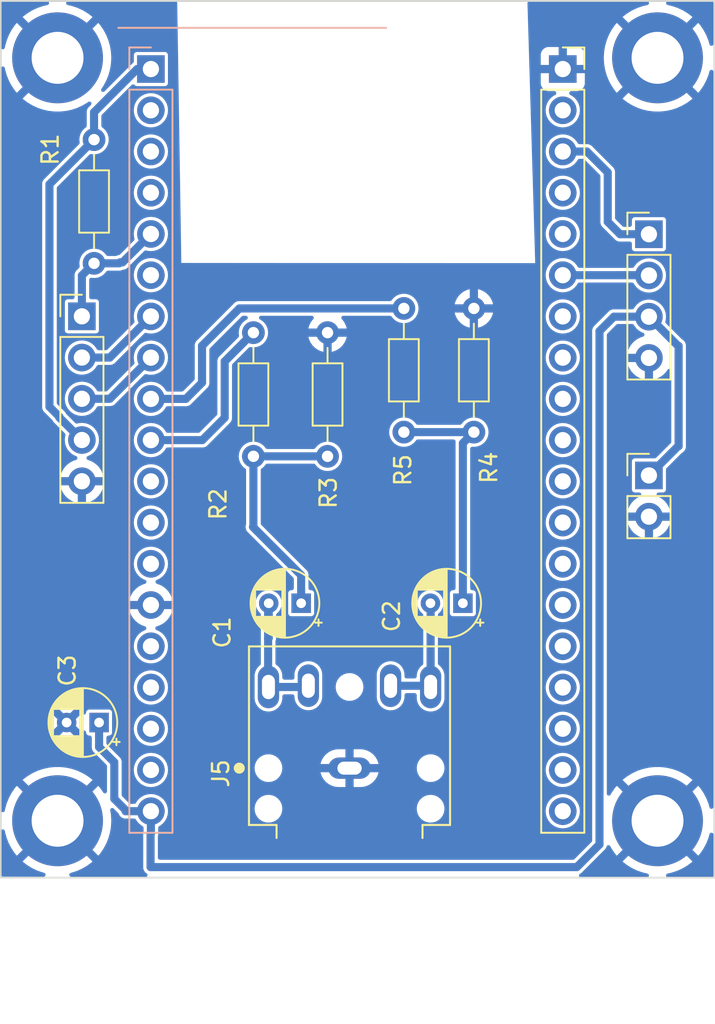
<source format=kicad_pcb>
(kicad_pcb (version 20211014) (generator pcbnew)
  (layers (0 "F.Cu" signal) (31 "B.Cu" signal) (34 "B.Paste" user) (35 "F.Paste" user) (36 "B.SilkS" user "B.Silkscreen") (37 "F.SilkS" user "F.Silkscreen") (38 "B.Mask" user) (39 "F.Mask" user) (44 "Edge.Cuts" user))
  (net 0 "")
  (net 1 "Net-(C1-Pad1)")
  (net 2 "Net-(C2-Pad1)")
  (net 3 "/R")
  (net 4 "+5V")
  (net 5 "GND")
  (net 6 "/G34")
  (net 7 "/G32")
  (net 8 "/G33")
  (net 9 "+3V3")
  (net 10 "/G22")
  (net 11 "/G21")
  (net 12 "Net-(R2-Pad1)")
  (net 13 "Net-(R5-Pad1)")
  (net 41 "/S")
  (footprint "MountingHole:MountingHole_3.2mm_M3_DIN965_Pad" (layer "F.Cu") (at 133.4 115)
    (fp_text reference "H3" hide)
    (fp_text value "MountingHole_Pad" hide)
    (pad "1" thru_hole circle (at 0.1 0) (size 5.6 5.6) (drill 3.2) (layers *.Cu *.Mask) (net 5 "GND"))
  )
  (footprint "MountingHole:MountingHole_3.2mm_M3_DIN965_Pad" (layer "F.Cu") (at 133.4 68)
    (fp_text reference "H4" hide)
    (fp_text value "MountingHole_Pad" hide)
    (pad "1" thru_hole circle (at 0.1 0) (size 5.6 5.6) (drill 3.2) (layers *.Cu *.Mask) (net 5 "GND"))
  )
  (footprint "Connector_PinHeader_2.54mm:PinHeader_1x02_P2.54mm_Vertical" (layer "F.Cu") (at 132.969 93.726)
    (fp_text reference "J1" hide)
    (fp_text value "5V")
    (fp_line (start -1.33 3.87) (end 1.33 3.87) (layer "F.SilkS") (width 0.12))
    (fp_line (start -1.33 -1.33) (end 0 -1.33) (layer "F.SilkS") (width 0.12))
    (fp_line (start -1.33 0) (end -1.33 -1.33) (layer "F.SilkS") (width 0.12))
    (fp_line (start 1.33 1.27) (end 1.33 3.87) (layer "F.SilkS") (width 0.12))
    (fp_line (start -1.33 1.27) (end 1.33 1.27) (layer "F.SilkS") (width 0.12))
    (fp_line (start -1.33 1.27) (end -1.33 3.87) (layer "F.SilkS") (width 0.12))
    (pad "1" thru_hole rect (at 0 0) (size 1.7 1.7) (drill 1) (layers *.Cu *.Mask) (net 4 "+5V"))
    (pad "2" thru_hole oval (at 0 2.54) (size 1.7 1.7) (drill 1) (layers *.Cu *.Mask) (net 5 "GND"))
  )
  (footprint "Resistor_THT:R_Axial_DIN0204_L3.6mm_D1.6mm_P7.62mm_Horizontal" (layer "F.Cu") (at 117.856 83.439 -90)
    (fp_text reference "R5" (at 9.961 0.056 90) (layer "F.SilkS"))
    (fp_text value "4.7k")
    (fp_line (start 0.94 0) (end 1.89 0) (layer "F.SilkS") (width 0.12))
    (fp_line (start 5.73 0.92) (end 5.73 -0.92) (layer "F.SilkS") (width 0.12))
    (fp_line (start 1.89 0.92) (end 5.73 0.92) (layer "F.SilkS") (width 0.12))
    (fp_line (start 6.68 0) (end 5.73 0) (layer "F.SilkS") (width 0.12))
    (fp_line (start 1.89 -0.92) (end 1.89 0.92) (layer "F.SilkS") (width 0.12))
    (fp_line (start 5.73 -0.92) (end 1.89 -0.92) (layer "F.SilkS") (width 0.12))
    (pad "1" thru_hole circle (at 0 0 270) (size 1.4 1.4) (drill 0.7) (layers *.Cu *.Mask) (net 13 "Net-(R5-Pad1)"))
    (pad "2" thru_hole oval (at 7.62 0 270) (size 1.4 1.4) (drill 0.7) (layers *.Cu *.Mask) (net 2 "Net-(C2-Pad1)"))
  )
  (footprint "Resistor_THT:R_Axial_DIN0204_L3.6mm_D1.6mm_P7.62mm_Horizontal" (layer "F.Cu") (at 108.578 84.93 -90)
    (fp_text reference "R2" (at 10.57 2.178 -90) (layer "F.SilkS"))
    (fp_text value "4.7k")
    (fp_line (start 1.89 -0.92) (end 1.89 0.92) (layer "F.SilkS") (width 0.12))
    (fp_line (start 6.68 0) (end 5.73 0) (layer "F.SilkS") (width 0.12))
    (fp_line (start 1.89 0.92) (end 5.73 0.92) (layer "F.SilkS") (width 0.12))
    (fp_line (start 0.94 0) (end 1.89 0) (layer "F.SilkS") (width 0.12))
    (fp_line (start 5.73 0.92) (end 5.73 -0.92) (layer "F.SilkS") (width 0.12))
    (fp_line (start 5.73 -0.92) (end 1.89 -0.92) (layer "F.SilkS") (width 0.12))
    (pad "1" thru_hole circle (at 0 0 270) (size 1.4 1.4) (drill 0.7) (layers *.Cu *.Mask) (net 12 "Net-(R2-Pad1)"))
    (pad "2" thru_hole oval (at 7.62 0 270) (size 1.4 1.4) (drill 0.7) (layers *.Cu *.Mask) (net 1 "Net-(C1-Pad1)"))
  )
  (footprint "imported:esp32_dev4_all" (layer "F.Cu") (at 130.196006 66.151506)
    (fp_text reference "U1" hide)
    (fp_text value "esp32_38_pins-custom_library" hide)
    (fp_line (start -29.27 3.81) (end -29.27 49.59) (layer "B.SilkS") (width 0.12))
    (fp_line (start -29.27 1.21) (end -29.27 2.54) (layer "B.SilkS") (width 0.12))
    (fp_line (start -27.94 1.21) (end -29.27 1.21) (layer "B.SilkS") (width 0.12))
    (fp_line (start -26.61 49.59) (end -29.27 49.59) (layer "B.SilkS") (width 0.12))
    (fp_line (start -26.61 3.81) (end -29.27 3.81) (layer "B.SilkS") (width 0.12))
    (fp_line (start -29.95 0) (end -13.44 0) (layer "B.SilkS") (width 0.12))
    (fp_line (start -26.61 3.81) (end -26.61 49.59) (layer "B.SilkS") (width 0.12))
    (fp_line (start -3.87 3.81) (end -1.21 3.81) (layer "F.SilkS") (width 0.12))
    (fp_line (start -2.54 1.21) (end -1.21 1.21) (layer "F.SilkS") (width 0.12))
    (fp_line (start -1.21 1.21) (end -1.21 2.54) (layer "F.SilkS") (width 0.12))
    (fp_line (start -3.87 3.81) (end -3.87 49.59) (layer "F.SilkS") (width 0.12))
    (fp_line (start -3.87 49.59) (end -1.21 49.59) (layer "F.SilkS") (width 0.12))
    (fp_line (start -1.21 3.81) (end -1.21 49.59) (layer "F.SilkS") (width 0.12))
    (pad "1" thru_hole rect (at -27.94 2.54) (size 1.7 1.7) (drill 1) (layers *.Cu *.Mask) (net 9 "+3V3"))
    (pad "2" thru_hole oval (at -27.94 5.08) (size 1.7 1.7) (drill 1) (layers *.Cu *.Mask))
    (pad "3" thru_hole oval (at -27.94 7.62) (size 1.7 1.7) (drill 1) (layers *.Cu *.Mask))
    (pad "4" thru_hole oval (at -27.94 10.16) (size 1.7 1.7) (drill 1) (layers *.Cu *.Mask))
    (pad "5" thru_hole oval (at -27.94 12.7) (size 1.7 1.7) (drill 1) (layers *.Cu *.Mask) (net 6 "/G34"))
    (pad "6" thru_hole oval (at -27.94 15.24) (size 1.7 1.7) (drill 1) (layers *.Cu *.Mask))
    (pad "7" thru_hole oval (at -27.94 17.78) (size 1.7 1.7) (drill 1) (layers *.Cu *.Mask) (net 7 "/G32"))
    (pad "8" thru_hole oval (at -27.94 20.32) (size 1.7 1.7) (drill 1) (layers *.Cu *.Mask) (net 8 "/G33"))
    (pad "9" thru_hole oval (at -27.94 22.86) (size 1.7 1.7) (drill 1) (layers *.Cu *.Mask) (net 13 "Net-(R5-Pad1)"))
    (pad "10" thru_hole oval (at -27.94 25.4) (size 1.7 1.7) (drill 1) (layers *.Cu *.Mask) (net 12 "Net-(R2-Pad1)"))
    (pad "11" thru_hole oval (at -27.94 27.94) (size 1.7 1.7) (drill 1) (layers *.Cu *.Mask))
    (pad "12" thru_hole oval (at -27.94 30.48) (size 1.7 1.7) (drill 1) (layers *.Cu *.Mask))
    (pad "13" thru_hole oval (at -27.94 33.02) (size 1.7 1.7) (drill 1) (layers *.Cu *.Mask))
    (pad "14" thru_hole oval (at -27.94 35.56) (size 1.7 1.7) (drill 1) (layers *.Cu *.Mask) (net 5 "GND"))
    (pad "15" thru_hole oval (at -27.94 38.1) (size 1.7 1.7) (drill 1) (layers *.Cu *.Mask))
    (pad "16" thru_hole oval (at -27.94 40.64) (size 1.7 1.7) (drill 1) (layers *.Cu *.Mask))
    (pad "17" thru_hole oval (at -27.94 43.18) (size 1.7 1.7) (drill 1) (layers *.Cu *.Mask))
    (pad "18" thru_hole oval (at -27.94 45.72) (size 1.7 1.7) (drill 1) (layers *.Cu *.Mask))
    (pad "19" thru_hole oval (at -27.94 48.26) (size 1.7 1.7) (drill 1) (layers *.Cu *.Mask) (net 4 "+5V"))
    (pad "20" thru_hole oval (at -2.54 48.26) (size 1.7 1.7) (drill 1) (layers *.Cu *.Mask))
    (pad "21" thru_hole oval (at -2.54 45.72) (size 1.7 1.7) (drill 1) (layers *.Cu *.Mask))
    (pad "22" thru_hole oval (at -2.54 43.18) (size 1.7 1.7) (drill 1) (layers *.Cu *.Mask))
    (pad "23" thru_hole oval (at -2.54 40.64) (size 1.7 1.7) (drill 1) (layers *.Cu *.Mask))
    (pad "24" thru_hole oval (at -2.54 38.1) (size 1.7 1.7) (drill 1) (layers *.Cu *.Mask))
    (pad "25" thru_hole oval (at -2.54 35.56) (size 1.7 1.7) (drill 1) (layers *.Cu *.Mask))
    (pad "26" thru_hole oval (at -2.54 33.02) (size 1.7 1.7) (drill 1) (layers *.Cu *.Mask))
    (pad "27" thru_hole oval (at -2.54 30.48) (size 1.7 1.7) (drill 1) (layers *.Cu *.Mask))
    (pad "28" thru_hole oval (at -2.54 27.94) (size 1.7 1.7) (drill 1) (layers *.Cu *.Mask))
    (pad "29" thru_hole oval (at -2.54 25.4) (size 1.7 1.7) (drill 1) (layers *.Cu *.Mask))
    (pad "30" thru_hole oval (at -2.54 22.86) (size 1.7 1.7) (drill 1) (layers *.Cu *.Mask))
    (pad "31" thru_hole oval (at -2.54 20.32) (size 1.7 1.7) (drill 1) (layers *.Cu *.Mask))
    (pad "32" thru_hole oval (at -2.54 17.78) (size 1.7 1.7) (drill 1) (layers *.Cu *.Mask))
    (pad "33" thru_hole oval (at -2.54 15.24) (size 1.7 1.7) (drill 1) (layers *.Cu *.Mask) (net 11 "/G21"))
    (pad "34" thru_hole oval (at -2.54 12.7) (size 1.7 1.7) (drill 1) (layers *.Cu *.Mask))
    (pad "35" thru_hole oval (at -2.54 10.16) (size 1.7 1.7) (drill 1) (layers *.Cu *.Mask))
    (pad "36" thru_hole oval (at -2.54 7.62) (size 1.7 1.7) (drill 1) (layers *.Cu *.Mask) (net 10 "/G22"))
    (pad "37" thru_hole oval (at -2.54 5.08) (size 1.7 1.7) (drill 1) (layers *.Cu *.Mask))
    (pad "38" thru_hole rect (at -2.54 2.54) (size 1.7 1.7) (drill 1) (layers *.Cu *.Mask) (net 5 "GND"))
  )
  (footprint "Resistor_THT:R_Axial_DIN0204_L3.6mm_D1.6mm_P7.62mm_Horizontal" (layer "F.Cu") (at 113.15 92.55 90)
    (fp_text reference "R3" (at -2.25 0.05 90) (layer "F.SilkS"))
    (fp_text value "22k")
    (fp_line (start 0.94 0) (end 1.89 0) (layer "F.SilkS") (width 0.12))
    (fp_line (start 1.89 -0.92) (end 1.89 0.92) (layer "F.SilkS") (width 0.12))
    (fp_line (start 6.68 0) (end 5.73 0) (layer "F.SilkS") (width 0.12))
    (fp_line (start 1.89 0.92) (end 5.73 0.92) (layer "F.SilkS") (width 0.12))
    (fp_line (start 5.73 -0.92) (end 1.89 -0.92) (layer "F.SilkS") (width 0.12))
    (fp_line (start 5.73 0.92) (end 5.73 -0.92) (layer "F.SilkS") (width 0.12))
    (pad "1" thru_hole circle (at 0 0 90) (size 1.4 1.4) (drill 0.7) (layers *.Cu *.Mask) (net 1 "Net-(C1-Pad1)"))
    (pad "2" thru_hole oval (at 7.62 0 90) (size 1.4 1.4) (drill 0.7) (layers *.Cu *.Mask) (net 5 "GND"))
  )
  (footprint "Resistor_THT:R_Axial_DIN0204_L3.6mm_D1.6mm_P7.62mm_Horizontal" (layer "F.Cu") (at 98.75 73.04 -90)
    (fp_text reference "R1" (at 0.61 2.7 -90) (layer "F.SilkS"))
    (fp_text value "10k")
    (fp_line (start 1.89 -0.92) (end 1.89 0.92) (layer "F.SilkS") (width 0.12))
    (fp_line (start 0.94 0) (end 1.89 0) (layer "F.SilkS") (width 0.12))
    (fp_line (start 5.73 0.92) (end 5.73 -0.92) (layer "F.SilkS") (width 0.12))
    (fp_line (start 5.73 -0.92) (end 1.89 -0.92) (layer "F.SilkS") (width 0.12))
    (fp_line (start 6.68 0) (end 5.73 0) (layer "F.SilkS") (width 0.12))
    (fp_line (start 1.89 0.92) (end 5.73 0.92) (layer "F.SilkS") (width 0.12))
    (pad "1" thru_hole circle (at 0 0 270) (size 1.4 1.4) (drill 0.7) (layers *.Cu *.Mask) (net 9 "+3V3"))
    (pad "2" thru_hole oval (at 7.62 0 270) (size 1.4 1.4) (drill 0.7) (layers *.Cu *.Mask) (net 6 "/G34"))
  )
  (footprint "MountingHole:MountingHole_3.2mm_M3_DIN965_Pad" (layer "F.Cu") (at 96.5 67.95)
    (fp_text reference "H1" hide)
    (fp_text value "MountingHole_Pad" hide)
    (pad "1" thru_hole circle (at 0 0.05) (size 5.6 5.6) (drill 3.2) (layers *.Cu *.Mask) (net 5 "GND"))
  )
  (footprint "Capacitor_THT:CP_Radial_D4.0mm_P2.00mm" (layer "F.Cu") (at 121.4956 101.6 180)
    (fp_text reference "C2" (at 4.3956 -0.8 90) (layer "F.SilkS"))
    (fp_text value "47pF")
    (fp_line (start 2.001 0.84) (end 2.001 1.83) (layer "F.SilkS") (width 0.12))
    (fp_line (start 1.881 0.84) (end 1.881 1.889) (layer "F.SilkS") (width 0.12))
    (fp_line (start 2.521 -1.438) (end 2.521 -0.84) (layer "F.SilkS") (width 0.12))
    (fp_line (start 1 -2.08) (end 1 2.08) (layer "F.SilkS") (width 0.12))
    (fp_line (start 2.641 -1.304) (end 2.641 -0.84) (layer "F.SilkS") (width 0.12))
    (fp_line (start 2.001 -1.83) (end 2.001 -0.84) (layer "F.SilkS") (width 0.12))
    (fp_line (start 2.761 -1.142) (end 2.761 -0.84) (layer "F.SilkS") (width 0.12))
    (fp_line (start 1.48 -2.025) (end 1.48 -0.84) (layer "F.SilkS") (width 0.12))
    (fp_line (start 2.481 0.84) (end 2.481 1.478) (layer "F.SilkS") (width 0.12))
    (fp_line (start 1.36 -2.05) (end 1.36 -0.84) (layer "F.SilkS") (width 0.12))
    (fp_line (start 2.041 0.84) (end 2.041 1.808) (layer "F.SilkS") (width 0.12))
    (fp_line (start 1.68 0.84) (end 1.68 1.968) (layer "F.SilkS") (width 0.12))
    (fp_line (start 2.601 -1.351) (end 2.601 -0.84) (layer "F.SilkS") (width 0.12))
    (fp_line (start -1.269801 -1.195) (end -0.869801 -1.195) (layer "F.SilkS") (width 0.12))
    (fp_line (start 2.761 0.84) (end 2.761 1.142) (layer "F.SilkS") (width 0.12))
    (fp_line (start 1.4 0.84) (end 1.4 2.042) (layer "F.SilkS") (width 0.12))
    (fp_line (start 1.52 -2.016) (end 1.52 -0.84) (layer "F.SilkS") (width 0.12))
    (fp_line (start 1.721 -1.954) (end 1.721 -0.84) (layer "F.SilkS") (width 0.12))
    (fp_line (start 1.841 0.84) (end 1.841 1.907) (layer "F.SilkS") (width 0.12))
    (fp_line (start 2.201 -1.708) (end 2.201 -0.84) (layer "F.SilkS") (width 0.12))
    (fp_line (start 1.48 0.84) (end 1.48 2.025) (layer "F.SilkS") (width 0.12))
    (fp_line (start 1.32 0.84) (end 1.32 2.056) (layer "F.SilkS") (width 0.12))
    (fp_line (start 2.721 -1.2) (end 2.721 -0.84) (layer "F.SilkS") (width 0.12))
    (fp_line (start 2.801 -1.08) (end 2.801 -0.84) (layer "F.SilkS") (width 0.12))
    (fp_line (start 1.64 -1.982) (end 1.64 -0.84) (layer "F.SilkS") (width 0.12))
    (fp_line (start 2.481 -1.478) (end 2.481 -0.84) (layer "F.SilkS") (width 0.12))
    (fp_line (start 1.4 -2.042) (end 1.4 -0.84) (layer "F.SilkS") (width 0.12))
    (fp_line (start 1.64 0.84) (end 1.64 1.982) (layer "F.SilkS") (width 0.12))
    (fp_line (start 2.201 0.84) (end 2.201 1.708) (layer "F.SilkS") (width 0.12))
    (fp_line (start 1.36 0.84) (end 1.36 2.05) (layer "F.SilkS") (width 0.12))
    (fp_line (start -1.069801 -1.395) (end -1.069801 -0.995) (layer "F.SilkS") (width 0.12))
    (fp_line (start 1.24 -2.067) (end 1.24 -0.84) (layer "F.SilkS") (width 0.12))
    (fp_line (start 1.881 -1.889) (end 1.881 -0.84) (layer "F.SilkS") (width 0.12))
    (fp_line (start 1.68 -1.968) (end 1.68 -0.84) (layer "F.SilkS") (width 0.12))
    (fp_line (start 1.961 0.84) (end 1.961 1.851) (layer "F.SilkS") (width 0.12))
    (fp_line (start 1.56 0.84) (end 1.56 2.005) (layer "F.SilkS") (width 0.12))
    (fp_line (start 1.2 -2.071) (end 1.2 -0.84) (layer "F.SilkS") (width 0.12))
    (fp_line (start 3.041 -0.537) (end 3.041 0.537) (layer "F.SilkS") (width 0.12))
    (fp_line (start 3.001 -0.664) (end 3.001 0.664) (layer "F.SilkS") (width 0.12))
    (fp_line (start 1.28 -2.062) (end 1.28 -0.84) (layer "F.SilkS") (width 0.12))
    (fp_line (start 1.761 0.84) (end 1.761 1.94) (layer "F.SilkS") (width 0.12))
    (fp_line (start 2.521 0.84) (end 2.521 1.438) (layer "F.SilkS") (width 0.12))
    (fp_line (start 1.6 0.84) (end 1.6 1.994) (layer "F.SilkS") (width 0.12))
    (fp_line (start 1.921 -1.87) (end 1.921 -0.84) (layer "F.SilkS") (width 0.12))
    (fp_line (start 3.081 -0.37) (end 3.081 0.37) (layer "F.SilkS") (width 0.12))
    (fp_line (start 2.041 -1.808) (end 2.041 -0.84) (layer "F.SilkS") (width 0.12))
    (fp_line (start 1.921 0.84) (end 1.921 1.87) (layer "F.SilkS") (width 0.12))
    (fp_line (start 1.6 -1.994) (end 1.6 -0.84) (layer "F.SilkS") (width 0.12))
    (fp_line (start 2.641 0.84) (end 2.641 1.304) (layer "F.SilkS") (width 0.12))
    (fp_line (start 1.28 0.84) (end 1.28 2.062) (layer "F.SilkS") (width 0.12))
    (fp_line (start 1.52 0.84) (end 1.52 2.016) (layer "F.SilkS") (width 0.12))
    (fp_line (start 1.12 -2.077) (end 1.12 2.077) (layer "F.SilkS") (width 0.12))
    (fp_line (start 1.44 -2.034) (end 1.44 -0.84) (layer "F.SilkS") (width 0.12))
    (fp_line (start 1.08 -2.079) (end 1.08 2.079) (layer "F.SilkS") (width 0.12))
    (fp_line (start 1.56 -2.005) (end 1.56 -0.84) (layer "F.SilkS") (width 0.12))
    (fp_line (start 2.321 -1.619) (end 2.321 -0.84) (layer "F.SilkS") (width 0.12))
    (fp_line (start 1.801 -1.924) (end 1.801 -0.84) (layer "F.SilkS") (width 0.12))
    (fp_line (start 2.081 -1.785) (end 2.081 -0.84) (layer "F.SilkS") (width 0.12))
    (fp_line (start 1.16 -2.074) (end 1.16 2.074) (layer "F.SilkS") (width 0.12))
    (fp_line (start 2.361 -1.587) (end 2.361 -0.84) (layer "F.SilkS") (width 0.12))
    (fp_line (start 2.241 -1.68) (end 2.241 -0.84) (layer "F.SilkS") (width 0.12))
    (fp_line (start 2.281 -1.65) (end 2.281 -0.84) (layer "F.SilkS") (width 0.12))
    (fp_line (start 2.681 0.84) (end 2.681 1.254) (layer "F.SilkS") (width 0.12))
    (fp_line (start 2.321 0.84) (end 2.321 1.619) (layer "F.SilkS") (width 0.12))
    (fp_line (start 2.961 -0.768) (end 2.961 0.768) (layer "F.SilkS") (width 0.12))
    (fp_line (start 1.2 0.84) (end 1.2 2.071) (layer "F.SilkS") (width 0.12))
    (fp_line (start 2.441 0.84) (end 2.441 1.516) (layer "F.SilkS") (width 0.12))
    (fp_line (start 2.241 0.84) (end 2.241 1.68) (layer "F.SilkS") (width 0.12))
    (fp_line (start 2.281 0.84) (end 2.281 1.65) (layer "F.SilkS") (width 0.12))
    (fp_line (start 2.161 0.84) (end 2.161 1.735) (layer "F.SilkS") (width 0.12))
    (fp_line (start 1.841 -1.907) (end 1.841 -0.84) (layer "F.SilkS") (width 0.12))
    (fp_line (start 2.561 -1.396) (end 2.561 -0.84) (layer "F.SilkS") (width 0.12))
    (fp_line (start 1.761 -1.94) (end 1.761 -0.84) (layer "F.SilkS") (width 0.12))
    (fp_line (start 2.721 0.84) (end 2.721 1.2) (layer "F.SilkS") (width 0.12))
    (fp_line (start 1.961 -1.851) (end 1.961 -0.84) (layer "F.SilkS") (width 0.12))
    (fp_line (start 2.121 0.84) (end 2.121 1.76) (layer "F.SilkS") (width 0.12))
    (fp_line (start 2.881 -0.94) (end 2.881 0.94) (layer "F.SilkS") (width 0.12))
    (fp_line (start 2.401 0.84) (end 2.401 1.552) (layer "F.SilkS") (width 0.12))
    (fp_line (start 2.841 -1.013) (end 2.841 1.013) (layer "F.SilkS") (width 0.12))
    (fp_line (start 2.441 -1.516) (end 2.441 -0.84) (layer "F.SilkS") (width 0.12))
    (fp_line (start 2.081 0.84) (end 2.081 1.785) (layer "F.SilkS") (width 0.12))
    (fp_line (start 2.161 -1.735) (end 2.161 -0.84) (layer "F.SilkS") (width 0.12))
    (fp_line (start 1.44 0.84) (end 1.44 2.034) (layer "F.SilkS") (width 0.12))
    (fp_line (start 2.121 -1.76) (end 2.121 -0.84) (layer "F.SilkS") (width 0.12))
    (fp_line (start 1.24 0.84) (end 1.24 2.067) (layer "F.SilkS") (width 0.12))
    (fp_line (start 1.04 -2.08) (end 1.04 2.08) (layer "F.SilkS") (width 0.12))
    (fp_line (start 1.801 0.84) (end 1.801 1.924) (layer "F.SilkS") (width 0.12))
    (fp_line (start 2.561 0.84) (end 2.561 1.396) (layer "F.SilkS") (width 0.12))
    (fp_line (start 2.801 0.84) (end 2.801 1.08) (layer "F.SilkS") (width 0.12))
    (fp_line (start 2.921 -0.859) (end 2.921 0.859) (layer "F.SilkS") (width 0.12))
    (fp_line (start 2.361 0.84) (end 2.361 1.587) (layer "F.SilkS") (width 0.12))
    (fp_line (start 1.721 0.84) (end 1.721 1.954) (layer "F.SilkS") (width 0.12))
    (fp_line (start 2.401 -1.552) (end 2.401 -0.84) (layer "F.SilkS") (width 0.12))
    (fp_line (start 1.32 -2.056) (end 1.32 -0.84) (layer "F.SilkS") (width 0.12))
    (fp_line (start 2.601 0.84) (end 2.601 1.351) (layer "F.SilkS") (width 0.12))
    (fp_line (start 2.681 -1.254) (end 2.681 -0.84) (layer "F.SilkS") (width 0.12))
    (fp_circle (center 1 0) (end 3.12 0) (layer "F.SilkS") (width 0.12) (fill none))
    (pad "1" thru_hole rect (at 0 0 180) (size 1.2 1.2) (drill 0.6) (layers *.Cu *.Mask) (net 2 "Net-(C2-Pad1)"))
    (pad "2" thru_hole circle (at 2 0 180) (size 1.2 1.2) (drill 0.6) (layers *.Cu *.Mask) (net 41 "/S"))
  )
  (footprint "MountingHole:MountingHole_3.2mm_M3_DIN965_Pad" (layer "F.Cu") (at 96.5 115)
    (fp_text reference "H2" hide)
    (fp_text value "MountingHole_Pad" hide)
    (pad "1" thru_hole circle (at 0 0) (size 5.6 5.6) (drill 3.2) (layers *.Cu *.Mask) (net 5 "GND"))
  )
  (footprint "Capacitor_THT:CP_Radial_D4.0mm_P2.00mm" (layer "F.Cu") (at 111.5226 101.6 180)
    (fp_text reference "C1" (at 4.8726 -1.8 90) (layer "F.SilkS"))
    (fp_text value "47pF")
    (fp_line (start 2.001 -1.83) (end 2.001 -0.84) (layer "F.SilkS") (width 0.12))
    (fp_line (start 2.761 0.84) (end 2.761 1.142) (layer "F.SilkS") (width 0.12))
    (fp_line (start 1.881 -1.889) (end 1.881 -0.84) (layer "F.SilkS") (width 0.12))
    (fp_line (start 2.721 0.84) (end 2.721 1.2) (layer "F.SilkS") (width 0.12))
    (fp_line (start 1.841 -1.907) (end 1.841 -0.84) (layer "F.SilkS") (width 0.12))
    (fp_line (start 2.961 -0.768) (end 2.961 0.768) (layer "F.SilkS") (width 0.12))
    (fp_line (start 1.44 -2.034) (end 1.44 -0.84) (layer "F.SilkS") (width 0.12))
    (fp_line (start 2.921 -0.859) (end 2.921 0.859) (layer "F.SilkS") (width 0.12))
    (fp_line (start 3.041 -0.537) (end 3.041 0.537) (layer "F.SilkS") (width 0.12))
    (fp_line (start 2.681 -1.254) (end 2.681 -0.84) (layer "F.SilkS") (width 0.12))
    (fp_line (start 1.16 -2.074) (end 1.16 2.074) (layer "F.SilkS") (width 0.12))
    (fp_line (start 2.081 0.84) (end 2.081 1.785) (layer "F.SilkS") (width 0.12))
    (fp_line (start 1.48 -2.025) (end 1.48 -0.84) (layer "F.SilkS") (width 0.12))
    (fp_line (start 2.801 -1.08) (end 2.801 -0.84) (layer "F.SilkS") (width 0.12))
    (fp_line (start 1.04 -2.08) (end 1.04 2.08) (layer "F.SilkS") (width 0.12))
    (fp_line (start 3.081 -0.37) (end 3.081 0.37) (layer "F.SilkS") (width 0.12))
    (fp_line (start 1.841 0.84) (end 1.841 1.907) (layer "F.SilkS") (width 0.12))
    (fp_line (start 2.641 -1.304) (end 2.641 -0.84) (layer "F.SilkS") (width 0.12))
    (fp_line (start 2.241 0.84) (end 2.241 1.68) (layer "F.SilkS") (width 0.12))
    (fp_line (start 1.52 -2.016) (end 1.52 -0.84) (layer "F.SilkS") (width 0.12))
    (fp_line (start 2.721 -1.2) (end 2.721 -0.84) (layer "F.SilkS") (width 0.12))
    (fp_line (start 1.68 0.84) (end 1.68 1.968) (layer "F.SilkS") (width 0.12))
    (fp_line (start 1.08 -2.079) (end 1.08 2.079) (layer "F.SilkS") (width 0.12))
    (fp_line (start 1.32 0.84) (end 1.32 2.056) (layer "F.SilkS") (width 0.12))
    (fp_line (start 1.4 -2.042) (end 1.4 -0.84) (layer "F.SilkS") (width 0.12))
    (fp_line (start 2.321 0.84) (end 2.321 1.619) (layer "F.SilkS") (width 0.12))
    (fp_line (start 2.521 -1.438) (end 2.521 -0.84) (layer "F.SilkS") (width 0.12))
    (fp_line (start 2.041 0.84) (end 2.041 1.808) (layer "F.SilkS") (width 0.12))
    (fp_line (start 1.881 0.84) (end 1.881 1.889) (layer "F.SilkS") (width 0.12))
    (fp_line (start 2.881 -0.94) (end 2.881 0.94) (layer "F.SilkS") (width 0.12))
    (fp_line (start 1.2 -2.071) (end 1.2 -0.84) (layer "F.SilkS") (width 0.12))
    (fp_line (start 1.64 0.84) (end 1.64 1.982) (layer "F.SilkS") (width 0.12))
    (fp_line (start 2.361 0.84) (end 2.361 1.587) (layer "F.SilkS") (width 0.12))
    (fp_line (start 2.041 -1.808) (end 2.041 -0.84) (layer "F.SilkS") (width 0.12))
    (fp_line (start 2.761 -1.142) (end 2.761 -0.84) (layer "F.SilkS") (width 0.12))
    (fp_line (start 1.721 0.84) (end 1.721 1.954) (layer "F.SilkS") (width 0.12))
    (fp_line (start 2.801 0.84) (end 2.801 1.08) (layer "F.SilkS") (width 0.12))
    (fp_line (start 2.601 -1.351) (end 2.601 -0.84) (layer "F.SilkS") (width 0.12))
    (fp_line (start 2.601 0.84) (end 2.601 1.351) (layer "F.SilkS") (width 0.12))
    (fp_line (start 2.681 0.84) (end 2.681 1.254) (layer "F.SilkS") (width 0.12))
    (fp_line (start 1.56 0.84) (end 1.56 2.005) (layer "F.SilkS") (width 0.12))
    (fp_line (start 1.48 0.84) (end 1.48 2.025) (layer "F.SilkS") (width 0.12))
    (fp_line (start 2.121 -1.76) (end 2.121 -0.84) (layer "F.SilkS") (width 0.12))
    (fp_line (start -1.069801 -1.395) (end -1.069801 -0.995) (layer "F.SilkS") (width 0.12))
    (fp_line (start 1.721 -1.954) (end 1.721 -0.84) (layer "F.SilkS") (width 0.12))
    (fp_line (start 1.32 -2.056) (end 1.32 -0.84) (layer "F.SilkS") (width 0.12))
    (fp_line (start 2.241 -1.68) (end 2.241 -0.84) (layer "F.SilkS") (width 0.12))
    (fp_line (start 2.481 0.84) (end 2.481 1.478) (layer "F.SilkS") (width 0.12))
    (fp_line (start 1.921 -1.87) (end 1.921 -0.84) (layer "F.SilkS") (width 0.12))
    (fp_line (start 2.081 -1.785) (end 2.081 -0.84) (layer "F.SilkS") (width 0.12))
    (fp_line (start 3.001 -0.664) (end 3.001 0.664) (layer "F.SilkS") (width 0.12))
    (fp_line (start 1.44 0.84) (end 1.44 2.034) (layer "F.SilkS") (width 0.12))
    (fp_line (start -1.269801 -1.195) (end -0.869801 -1.195) (layer "F.SilkS") (width 0.12))
    (fp_line (start 1.921 0.84) (end 1.921 1.87) (layer "F.SilkS") (width 0.12))
    (fp_line (start 1.64 -1.982) (end 1.64 -0.84) (layer "F.SilkS") (width 0.12))
    (fp_line (start 2.641 0.84) (end 2.641 1.304) (layer "F.SilkS") (width 0.12))
    (fp_line (start 1.52 0.84) (end 1.52 2.016) (layer "F.SilkS") (width 0.12))
    (fp_line (start 1.4 0.84) (end 1.4 2.042) (layer "F.SilkS") (width 0.12))
    (fp_line (start 1.801 0.84) (end 1.801 1.924) (layer "F.SilkS") (width 0.12))
    (fp_line (start 1.24 0.84) (end 1.24 2.067) (layer "F.SilkS") (width 0.12))
    (fp_line (start 1 -2.08) (end 1 2.08) (layer "F.SilkS") (width 0.12))
    (fp_line (start 1.961 -1.851) (end 1.961 -0.84) (layer "F.SilkS") (width 0.12))
    (fp_line (start 2.281 -1.65) (end 2.281 -0.84) (layer "F.SilkS") (width 0.12))
    (fp_line (start 2.521 0.84) (end 2.521 1.438) (layer "F.SilkS") (width 0.12))
    (fp_line (start 1.6 0.84) (end 1.6 1.994) (layer "F.SilkS") (width 0.12))
    (fp_line (start 2.121 0.84) (end 2.121 1.76) (layer "F.SilkS") (width 0.12))
    (fp_line (start 2.441 0.84) (end 2.441 1.516) (layer "F.SilkS") (width 0.12))
    (fp_line (start 2.321 -1.619) (end 2.321 -0.84) (layer "F.SilkS") (width 0.12))
    (fp_line (start 2.481 -1.478) (end 2.481 -0.84) (layer "F.SilkS") (width 0.12))
    (fp_line (start 1.28 0.84) (end 1.28 2.062) (layer "F.SilkS") (width 0.12))
    (fp_line (start 2.561 0.84) (end 2.561 1.396) (layer "F.SilkS") (width 0.12))
    (fp_line (start 1.28 -2.062) (end 1.28 -0.84) (layer "F.SilkS") (width 0.12))
    (fp_line (start 1.36 -2.05) (end 1.36 -0.84) (layer "F.SilkS") (width 0.12))
    (fp_line (start 2.001 0.84) (end 2.001 1.83) (layer "F.SilkS") (width 0.12))
    (fp_line (start 2.161 0.84) (end 2.161 1.735) (layer "F.SilkS") (width 0.12))
    (fp_line (start 1.801 -1.924) (end 1.801 -0.84) (layer "F.SilkS") (width 0.12))
    (fp_line (start 1.761 -1.94) (end 1.761 -0.84) (layer "F.SilkS") (width 0.12))
    (fp_line (start 2.201 0.84) (end 2.201 1.708) (layer "F.SilkS") (width 0.12))
    (fp_line (start 2.161 -1.735) (end 2.161 -0.84) (layer "F.SilkS") (width 0.12))
    (fp_line (start 1.961 0.84) (end 1.961 1.851) (layer "F.SilkS") (width 0.12))
    (fp_line (start 1.36 0.84) (end 1.36 2.05) (layer "F.SilkS") (width 0.12))
    (fp_line (start 1.12 -2.077) (end 1.12 2.077) (layer "F.SilkS") (width 0.12))
    (fp_line (start 1.24 -2.067) (end 1.24 -0.84) (layer "F.SilkS") (width 0.12))
    (fp_line (start 1.2 0.84) (end 1.2 2.071) (layer "F.SilkS") (width 0.12))
    (fp_line (start 2.401 -1.552) (end 2.401 -0.84) (layer "F.SilkS") (width 0.12))
    (fp_line (start 2.401 0.84) (end 2.401 1.552) (layer "F.SilkS") (width 0.12))
    (fp_line (start 1.68 -1.968) (end 1.68 -0.84) (layer "F.SilkS") (width 0.12))
    (fp_line (start 2.361 -1.587) (end 2.361 -0.84) (layer "F.SilkS") (width 0.12))
    (fp_line (start 1.56 -2.005) (end 1.56 -0.84) (layer "F.SilkS") (width 0.12))
    (fp_line (start 1.761 0.84) (end 1.761 1.94) (layer "F.SilkS") (width 0.12))
    (fp_line (start 2.561 -1.396) (end 2.561 -0.84) (layer "F.SilkS") (width 0.12))
    (fp_line (start 1.6 -1.994) (end 1.6 -0.84) (layer "F.SilkS") (width 0.12))
    (fp_line (start 2.841 -1.013) (end 2.841 1.013) (layer "F.SilkS") (width 0.12))
    (fp_line (start 2.441 -1.516) (end 2.441 -0.84) (layer "F.SilkS") (width 0.12))
    (fp_line (start 2.201 -1.708) (end 2.201 -0.84) (layer "F.SilkS") (width 0.12))
    (fp_line (start 2.281 0.84) (end 2.281 1.65) (layer "F.SilkS") (width 0.12))
    (fp_circle (center 1 0) (end 3.12 0) (layer "F.SilkS") (width 0.12) (fill none))
    (pad "1" thru_hole rect (at 0 0 180) (size 1.2 1.2) (drill 0.6) (layers *.Cu *.Mask) (net 1 "Net-(C1-Pad1)"))
    (pad "2" thru_hole circle (at 2 0 180) (size 1.2 1.2) (drill 0.6) (layers *.Cu *.Mask) (net 3 "/R"))
  )
  (footprint "Connector_PinHeader_2.54mm:PinHeader_1x04_P2.54mm_Vertical" (layer "F.Cu") (at 132.969 78.867)
    (fp_text reference "J3" hide)
    (fp_text value "Display")
    (fp_line (start -1.33 -1.33) (end 0 -1.33) (layer "F.SilkS") (width 0.12))
    (fp_line (start -1.33 8.95) (end 1.33 8.95) (layer "F.SilkS") (width 0.12))
    (fp_line (start -1.33 0) (end -1.33 -1.33) (layer "F.SilkS") (width 0.12))
    (fp_line (start -1.33 1.27) (end 1.33 1.27) (layer "F.SilkS") (width 0.12))
    (fp_line (start -1.33 1.27) (end -1.33 8.95) (layer "F.SilkS") (width 0.12))
    (fp_line (start 1.33 1.27) (end 1.33 8.95) (layer "F.SilkS") (width 0.12))
    (pad "1" thru_hole rect (at 0 0) (size 1.7 1.7) (drill 1) (layers *.Cu *.Mask) (net 10 "/G22"))
    (pad "2" thru_hole oval (at 0 2.54) (size 1.7 1.7) (drill 1) (layers *.Cu *.Mask) (net 11 "/G21"))
    (pad "3" thru_hole oval (at 0 5.08) (size 1.7 1.7) (drill 1) (layers *.Cu *.Mask) (net 4 "+5V"))
    (pad "4" thru_hole oval (at 0 7.62) (size 1.7 1.7) (drill 1) (layers *.Cu *.Mask) (net 5 "GND"))
  )
  (footprint "Capacitor_THT:CP_Radial_D4.0mm_P2.00mm" (layer "F.Cu") (at 99.06 108.95 180)
    (fp_text reference "C3" (at 1.96 3.2 270) (layer "F.SilkS"))
    (fp_text value "1000yF")
    (fp_line (start 2.641 -1.304) (end 2.641 -0.84) (layer "F.SilkS") (width 0.12))
    (fp_line (start 1.24 -2.067) (end 1.24 -0.84) (layer "F.SilkS") (width 0.12))
    (fp_line (start 1.841 0.84) (end 1.841 1.907) (layer "F.SilkS") (width 0.12))
    (fp_line (start 2.041 0.84) (end 2.041 1.808) (layer "F.SilkS") (width 0.12))
    (fp_line (start 2.481 -1.478) (end 2.481 -0.84) (layer "F.SilkS") (width 0.12))
    (fp_line (start -1.069801 -1.395) (end -1.069801 -0.995) (layer "F.SilkS") (width 0.12))
    (fp_line (start 1.2 0.84) (end 1.2 2.071) (layer "F.SilkS") (width 0.12))
    (fp_line (start 1.881 -1.889) (end 1.881 -0.84) (layer "F.SilkS") (width 0.12))
    (fp_line (start 1.52 -2.016) (end 1.52 -0.84) (layer "F.SilkS") (width 0.12))
    (fp_line (start 2.281 0.84) (end 2.281 1.65) (layer "F.SilkS") (width 0.12))
    (fp_line (start 1.48 0.84) (end 1.48 2.025) (layer "F.SilkS") (width 0.12))
    (fp_line (start 2.681 -1.254) (end 2.681 -0.84) (layer "F.SilkS") (width 0.12))
    (fp_line (start 1.56 0.84) (end 1.56 2.005) (layer "F.SilkS") (width 0.12))
    (fp_line (start 1.4 -2.042) (end 1.4 -0.84) (layer "F.SilkS") (width 0.12))
    (fp_line (start 1.6 -1.994) (end 1.6 -0.84) (layer "F.SilkS") (width 0.12))
    (fp_line (start 1.28 -2.062) (end 1.28 -0.84) (layer "F.SilkS") (width 0.12))
    (fp_line (start 1.4 0.84) (end 1.4 2.042) (layer "F.SilkS") (width 0.12))
    (fp_line (start 1.721 0.84) (end 1.721 1.954) (layer "F.SilkS") (width 0.12))
    (fp_line (start 2.321 -1.619) (end 2.321 -0.84) (layer "F.SilkS") (width 0.12))
    (fp_line (start 1.36 0.84) (end 1.36 2.05) (layer "F.SilkS") (width 0.12))
    (fp_line (start 1.801 -1.924) (end 1.801 -0.84) (layer "F.SilkS") (width 0.12))
    (fp_line (start 1.52 0.84) (end 1.52 2.016) (layer "F.SilkS") (width 0.12))
    (fp_line (start 2.801 -1.08) (end 2.801 -0.84) (layer "F.SilkS") (width 0.12))
    (fp_line (start 2.241 0.84) (end 2.241 1.68) (layer "F.SilkS") (width 0.12))
    (fp_line (start 2.401 0.84) (end 2.401 1.552) (layer "F.SilkS") (width 0.12))
    (fp_line (start 1.32 -2.056) (end 1.32 -0.84) (layer "F.SilkS") (width 0.12))
    (fp_line (start 2.601 -1.351) (end 2.601 -0.84) (layer "F.SilkS") (width 0.12))
    (fp_line (start 2.641 0.84) (end 2.641 1.304) (layer "F.SilkS") (width 0.12))
    (fp_line (start 1.12 -2.077) (end 1.12 2.077) (layer "F.SilkS") (width 0.12))
    (fp_line (start 1 -2.08) (end 1 2.08) (layer "F.SilkS") (width 0.12))
    (fp_line (start 2.401 -1.552) (end 2.401 -0.84) (layer "F.SilkS") (width 0.12))
    (fp_line (start 2.521 -1.438) (end 2.521 -0.84) (layer "F.SilkS") (width 0.12))
    (fp_line (start 3.081 -0.37) (end 3.081 0.37) (layer "F.SilkS") (width 0.12))
    (fp_line (start 1.24 0.84) (end 1.24 2.067) (layer "F.SilkS") (width 0.12))
    (fp_line (start 2.081 -1.785) (end 2.081 -0.84) (layer "F.SilkS") (width 0.12))
    (fp_line (start 2.561 0.84) (end 2.561 1.396) (layer "F.SilkS") (width 0.12))
    (fp_line (start 2.721 -1.2) (end 2.721 -0.84) (layer "F.SilkS") (width 0.12))
    (fp_line (start 1.04 -2.08) (end 1.04 2.08) (layer "F.SilkS") (width 0.12))
    (fp_line (start 1.68 -1.968) (end 1.68 -0.84) (layer "F.SilkS") (width 0.12))
    (fp_line (start 2.481 0.84) (end 2.481 1.478) (layer "F.SilkS") (width 0.12))
    (fp_line (start 2.801 0.84) (end 2.801 1.08) (layer "F.SilkS") (width 0.12))
    (fp_line (start 1.961 0.84) (end 1.961 1.851) (layer "F.SilkS") (width 0.12))
    (fp_line (start 1.921 -1.87) (end 1.921 -0.84) (layer "F.SilkS") (width 0.12))
    (fp_line (start 2.961 -0.768) (end 2.961 0.768) (layer "F.SilkS") (width 0.12))
    (fp_line (start 1.28 0.84) (end 1.28 2.062) (layer "F.SilkS") (width 0.12))
    (fp_line (start 1.2 -2.071) (end 1.2 -0.84) (layer "F.SilkS") (width 0.12))
    (fp_line (start 1.44 -2.034) (end 1.44 -0.84) (layer "F.SilkS") (width 0.12))
    (fp_line (start 2.001 0.84) (end 2.001 1.83) (layer "F.SilkS") (width 0.12))
    (fp_line (start 2.041 -1.808) (end 2.041 -0.84) (layer "F.SilkS") (width 0.12))
    (fp_line (start 3.001 -0.664) (end 3.001 0.664) (layer "F.SilkS") (width 0.12))
    (fp_line (start 2.201 -1.708) (end 2.201 -0.84) (layer "F.SilkS") (width 0.12))
    (fp_line (start 1.761 -1.94) (end 1.761 -0.84) (layer "F.SilkS") (width 0.12))
    (fp_line (start 2.601 0.84) (end 2.601 1.351) (layer "F.SilkS") (width 0.12))
    (fp_line (start 1.16 -2.074) (end 1.16 2.074) (layer "F.SilkS") (width 0.12))
    (fp_line (start 1.64 0.84) (end 1.64 1.982) (layer "F.SilkS") (width 0.12))
    (fp_line (start 2.881 -0.94) (end 2.881 0.94) (layer "F.SilkS") (width 0.12))
    (fp_line (start 1.961 -1.851) (end 1.961 -0.84) (layer "F.SilkS") (width 0.12))
    (fp_line (start -1.269801 -1.195) (end -0.869801 -1.195) (layer "F.SilkS") (width 0.12))
    (fp_line (start 2.001 -1.83) (end 2.001 -0.84) (layer "F.SilkS") (width 0.12))
    (fp_line (start 2.121 0.84) (end 2.121 1.76) (layer "F.SilkS") (width 0.12))
    (fp_line (start 2.161 -1.735) (end 2.161 -0.84) (layer "F.SilkS") (width 0.12))
    (fp_line (start 1.721 -1.954) (end 1.721 -0.84) (layer "F.SilkS") (width 0.12))
    (fp_line (start 2.441 0.84) (end 2.441 1.516) (layer "F.SilkS") (width 0.12))
    (fp_line (start 2.241 -1.68) (end 2.241 -0.84) (layer "F.SilkS") (width 0.12))
    (fp_line (start 1.921 0.84) (end 1.921 1.87) (layer "F.SilkS") (width 0.12))
    (fp_line (start 2.321 0.84) (end 2.321 1.619) (layer "F.SilkS") (width 0.12))
    (fp_line (start 2.841 -1.013) (end 2.841 1.013) (layer "F.SilkS") (width 0.12))
    (fp_line (start 2.681 0.84) (end 2.681 1.254) (layer "F.SilkS") (width 0.12))
    (fp_line (start 2.161 0.84) (end 2.161 1.735) (layer "F.SilkS") (width 0.12))
    (fp_line (start 2.201 0.84) (end 2.201 1.708) (layer "F.SilkS") (width 0.12))
    (fp_line (start 1.64 -1.982) (end 1.64 -0.84) (layer "F.SilkS") (width 0.12))
    (fp_line (start 1.761 0.84) (end 1.761 1.94) (layer "F.SilkS") (width 0.12))
    (fp_line (start 1.801 0.84) (end 1.801 1.924) (layer "F.SilkS") (width 0.12))
    (fp_line (start 1.56 -2.005) (end 1.56 -0.84) (layer "F.SilkS") (width 0.12))
    (fp_line (start 2.361 -1.587) (end 2.361 -0.84) (layer "F.SilkS") (width 0.12))
    (fp_line (start 1.6 0.84) (end 1.6 1.994) (layer "F.SilkS") (width 0.12))
    (fp_line (start 1.44 0.84) (end 1.44 2.034) (layer "F.SilkS") (width 0.12))
    (fp_line (start 1.68 0.84) (end 1.68 1.968) (layer "F.SilkS") (width 0.12))
    (fp_line (start 2.921 -0.859) (end 2.921 0.859) (layer "F.SilkS") (width 0.12))
    (fp_line (start 1.48 -2.025) (end 1.48 -0.84) (layer "F.SilkS") (width 0.12))
    (fp_line (start 3.041 -0.537) (end 3.041 0.537) (layer "F.SilkS") (width 0.12))
    (fp_line (start 2.361 0.84) (end 2.361 1.587) (layer "F.SilkS") (width 0.12))
    (fp_line (start 2.761 0.84) (end 2.761 1.142) (layer "F.SilkS") (width 0.12))
    (fp_line (start 1.08 -2.079) (end 1.08 2.079) (layer "F.SilkS") (width 0.12))
    (fp_line (start 2.761 -1.142) (end 2.761 -0.84) (layer "F.SilkS") (width 0.12))
    (fp_line (start 1.881 0.84) (end 1.881 1.889) (layer "F.SilkS") (width 0.12))
    (fp_line (start 2.281 -1.65) (end 2.281 -0.84) (layer "F.SilkS") (width 0.12))
    (fp_line (start 2.521 0.84) (end 2.521 1.438) (layer "F.SilkS") (width 0.12))
    (fp_line (start 2.081 0.84) (end 2.081 1.785) (layer "F.SilkS") (width 0.12))
    (fp_line (start 2.121 -1.76) (end 2.121 -0.84) (layer "F.SilkS") (width 0.12))
    (fp_line (start 2.561 -1.396) (end 2.561 -0.84) (layer "F.SilkS") (width 0.12))
    (fp_line (start 1.36 -2.05) (end 1.36 -0.84) (layer "F.SilkS") (width 0.12))
    (fp_line (start 1.841 -1.907) (end 1.841 -0.84) (layer "F.SilkS") (width 0.12))
    (fp_line (start 2.441 -1.516) (end 2.441 -0.84) (layer "F.SilkS") (width 0.12))
    (fp_line (start 2.721 0.84) (end 2.721 1.2) (layer "F.SilkS") (width 0.12))
    (fp_line (start 1.32 0.84) (end 1.32 2.056) (layer "F.SilkS") (width 0.12))
    (fp_circle (center 1 0) (end 3.12 0) (layer "F.SilkS") (width 0.12) (fill none))
    (pad "1" thru_hole rect (at 0 0 180) (size 1.2 1.2) (drill 0.6) (layers *.Cu *.Mask) (net 4 "+5V"))
    (pad "2" thru_hole circle (at 2 0 180) (size 1.2 1.2) (drill 0.6) (layers *.Cu *.Mask) (net 5 "GND"))
  )
  (footprint "Resistor_THT:R_Axial_DIN0204_L3.6mm_D1.6mm_P7.62mm_Horizontal" (layer "F.Cu") (at 122.174 91.059 90)
    (fp_text reference "R4" (at -2.191 0.926 90) (layer "F.SilkS"))
    (fp_text value "22k")
    (fp_line (start 5.73 -0.92) (end 1.89 -0.92) (layer "F.SilkS") (width 0.12))
    (fp_line (start 5.73 0.92) (end 5.73 -0.92) (layer "F.SilkS") (width 0.12))
    (fp_line (start 6.68 0) (end 5.73 0) (layer "F.SilkS") (width 0.12))
    (fp_line (start 1.89 0.92) (end 5.73 0.92) (layer "F.SilkS") (width 0.12))
    (fp_line (start 0.94 0) (end 1.89 0) (layer "F.SilkS") (width 0.12))
    (fp_line (start 1.89 -0.92) (end 1.89 0.92) (layer "F.SilkS") (width 0.12))
    (pad "1" thru_hole circle (at 0 0 90) (size 1.4 1.4) (drill 0.7) (layers *.Cu *.Mask) (net 2 "Net-(C2-Pad1)"))
    (pad "2" thru_hole oval (at 7.62 0 90) (size 1.4 1.4) (drill 0.7) (layers *.Cu *.Mask) (net 5 "GND"))
  )
  (footprint "importedFootprint:CUI_SJ1-3523N" (layer "F.Cu") (at 114.5055 111.76 90)
    (fp_text reference "J5" (at -0.325135 -7.938185 90) (layer "F.SilkS") (effects (font (size 1.000402 1.000402))))
    (fp_text value "SJ1-3523N")
    (fp_line (start 7.5 6.2) (end -3.5 6.2) (layer "F.SilkS") (width 0.127))
    (fp_line (start -3.5 4.5) (end -4.3 4.5) (layer "F.SilkS") (width 0.127))
    (fp_line (start 7.5 -6.2) (end -3.5 -6.2) (layer "F.SilkS") (width 0.127))
    (fp_line (start -3.5 4.5) (end -3.5 6.2) (layer "F.SilkS") (width 0.127))
    (fp_line (start -3.5 -6.2) (end -3.5 -4.5) (layer "F.SilkS") (width 0.127))
    (fp_line (start 7.5 -6.2) (end 7.5 6.2) (layer "F.SilkS") (width 0.127))
    (fp_line (start -3.5 -4.5) (end -4.3 -4.5) (layer "F.SilkS") (width 0.127))
    (fp_circle (center 0 -6.8) (end 0.17 -6.8) (layer "F.SilkS") (width 0.34) (fill none))
    (pad "" np_thru_hole circle (at 5 0 90) (size 1.2 1.2) (drill 1.2) (layers *.Cu *.Mask))
    (pad "" np_thru_hole circle (at 0 5 90) (size 1.2 1.2) (drill 1.2) (layers *.Cu *.Mask))
    (pad "" np_thru_hole circle (at 0 -5 90) (size 1.2 1.2) (drill 1.2) (layers *.Cu *.Mask))
    (pad "" np_thru_hole circle (at -2.5 -5 90) (size 1.2 1.2) (drill 1.2) (layers *.Cu *.Mask))
    (pad "" np_thru_hole circle (at -2.5 5 90) (size 1.2 1.2) (drill 1.2) (layers *.Cu *.Mask))
    (pad "1" thru_hole oval (at 0 0 90) (size 1.308 2.616) (drill oval 0.8 1.5) (layers *.Cu *.Mask) (net 5 "GND"))
    (pad "2" thru_hole oval (at 5 5 90) (size 2.616 1.308) (drill oval 1.5 0.8) (layers *.Cu *.Mask) (net 41 "/S"))
    (pad "2" thru_hole oval (at 5.075389 2.532895 90) (size 2.616 1.308) (drill oval 1.5 0.8) (layers *.Cu *.Mask) (net 41 "/S"))
    (pad "3" thru_hole oval (at 5.08 -2.54 90) (size 2.616 1.308) (drill oval 1.5 0.8) (layers *.Cu *.Mask) (net 3 "/R"))
    (pad "3" thru_hole oval (at 5 -5 90) (size 2.616 1.308) (drill oval 1.5 0.8) (layers *.Cu *.Mask) (net 3 "/R"))
  )
  (footprint "Connector_PinHeader_2.54mm:PinHeader_1x05_P2.54mm_Vertical" (layer "F.Cu") (at 98 83.925)
    (fp_text reference "J2" hide)
    (fp_text value "Rotary Encoder")
    (fp_line (start -1.33 11.49) (end 1.33 11.49) (layer "F.SilkS") (width 0.12))
    (fp_line (start -1.33 1.27) (end 1.33 1.27) (layer "F.SilkS") (width 0.12))
    (fp_line (start -1.33 -1.33) (end 0 -1.33) (layer "F.SilkS") (width 0.12))
    (fp_line (start -1.33 0) (end -1.33 -1.33) (layer "F.SilkS") (width 0.12))
    (fp_line (start 1.33 1.27) (end 1.33 11.49) (layer "F.SilkS") (width 0.12))
    (fp_line (start -1.33 1.27) (end -1.33 11.49) (layer "F.SilkS") (width 0.12))
    (pad "1" thru_hole rect (at 0 0) (size 1.7 1.7) (drill 1) (layers *.Cu *.Mask) (net 6 "/G34"))
    (pad "2" thru_hole oval (at 0 2.54) (size 1.7 1.7) (drill 1) (layers *.Cu *.Mask) (net 7 "/G32"))
    (pad "3" thru_hole oval (at 0 5.08) (size 1.7 1.7) (drill 1) (layers *.Cu *.Mask) (net 8 "/G33"))
    (pad "4" thru_hole oval (at 0 7.62) (size 1.7 1.7) (drill 1) (layers *.Cu *.Mask) (net 9 "+3V3"))
    (pad "5" thru_hole oval (at 0 10.16) (size 1.7 1.7) (drill 1) (layers *.Cu *.Mask) (net 5 "GND"))
  )
  (gr_rect (start 93 64.5) (end 137 118.5) (layer "Edge.Cuts") (width 0.1) (fill none))
  (segment (start 111.5226 101.6) (end 111.5226 99.8726) (width 0.5) (layer "B.Cu") (net 1))
  (segment (start 108.578 96.872) (end 108.578 92.55) (width 0.5) (layer "B.Cu") (net 1))
  (segment (start 108.578 92.55) (end 113.15 92.55) (width 0.5) (layer "B.Cu") (net 1))
  (segment (start 111.5226 99.8726) (end 108.55 96.9) (width 0.5) (layer "B.Cu") (net 1))
  (segment (start 121.4956 101.6) (end 121.4956 91.7374) (width 0.5) (layer "B.Cu") (net 2))
  (segment (start 121.4956 91.7374) (end 122.174 91.059) (width 0.5) (layer "B.Cu") (net 2))
  (segment (start 117.856 91.059) (end 122.174 91.059) (width 0.5) (layer "B.Cu") (net 2))
  (segment (start 109.485401 103.785401) (end 109.485401 106.739901) (width 0.5) (layer "B.Cu") (net 3))
  (segment (start 109.5226 103.748202) (end 109.5226 101.6) (width 0.5) (layer "B.Cu") (net 3))
  (segment (start 109.5055 106.76) (end 111.8855 106.76) (width 0.5) (layer "B.Cu") (net 3))
  (segment (start 109.485401 101.6) (end 109.485401 103.785401) (width 0.5) (layer "B.Cu") (net 3))
  (segment (start 109.485401 103.785401) (end 109.5226 103.748202) (width 0.5) (layer "B.Cu") (net 3))
  (segment (start 100.695506 114.345506) (end 100 113.65) (width 0.5) (layer "B.Cu") (net 4))
  (segment (start 134.8 91.925988) (end 134.8 85.75) (width 0.5) (layer "B.Cu") (net 4))
  (segment (start 102.256006 114.411506) (end 100.695506 114.411506) (width 0.5) (layer "B.Cu") (net 4))
  (segment (start 100 111.4) (end 99.06 110.46) (width 0.5) (layer "B.Cu") (net 4))
  (segment (start 134.772 85.75) (end 134.8 85.75) (width 0.5) (layer "B.Cu") (net 4))
  (segment (start 128.524 117.856) (end 129.921 116.459) (width 0.5) (layer "B.Cu") (net 4))
  (segment (start 100 113.65) (end 100 111.4) (width 0.5) (layer "B.Cu") (net 4))
  (segment (start 130.81 83.947) (end 132.969 83.947) (width 0.5) (layer "B.Cu") (net 4))
  (segment (start 132.969 83.947) (end 134.772 85.75) (width 0.5) (layer "B.Cu") (net 4))
  (segment (start 102.256 115.803) (end 102.235 115.824) (width 0.5) (layer "B.Cu") (net 4))
  (segment (start 134.8 91.925988) (end 134.769012 91.925988) (width 0.5) (layer "B.Cu") (net 4))
  (segment (start 129.921 116.459) (end 129.921 84.836) (width 0.5) (layer "B.Cu") (net 4))
  (segment (start 99.06 110.46) (end 99.06 108.95) (width 0.5) (layer "B.Cu") (net 4))
  (segment (start 102.235 115.824) (end 102.235 117.856) (width 0.5) (layer "B.Cu") (net 4))
  (segment (start 102.256 115.803) (end 102.256 114.4115) (width 0.5) (layer "B.Cu") (net 4))
  (segment (start 129.921 84.836) (end 130.81 83.947) (width 0.5) (layer "B.Cu") (net 4))
  (segment (start 102.235 117.856) (end 128.524 117.856) (width 0.5) (layer "B.Cu") (net 4))
  (segment (start 100.695506 114.411506) (end 100.695506 114.345506) (width 0.5) (layer "B.Cu") (net 4))
  (segment (start 134.769012 91.925988) (end 132.969 93.726) (width 0.5) (layer "B.Cu") (net 4))
  (segment (start 100.35 80.6) (end 100.29 80.66) (width 0.5) (layer "B.Cu") (net 6))
  (segment (start 102.256006 78.851506) (end 100.507512 80.6) (width 0.5) (layer "B.Cu") (net 6))
  (segment (start 98 81.41) (end 98.75 80.66) (width 0.5) (layer "B.Cu") (net 6))
  (segment (start 98 83.925) (end 98 81.41) (width 0.5) (layer "B.Cu") (net 6))
  (segment (start 100.507512 80.6) (end 100.35 80.6) (width 0.5) (layer "B.Cu") (net 6))
  (segment (start 100.29 80.66) (end 98.75 80.66) (width 0.5) (layer "B.Cu") (net 6))
  (segment (start 98 86.465) (end 99.722512 86.465) (width 0.5) (layer "B.Cu") (net 7))
  (segment (start 99.722512 86.465) (end 102.256006 83.931506) (width 0.5) (layer "B.Cu") (net 7))
  (segment (start 99.595 89.005) (end 99.6 89) (width 0.5) (layer "B.Cu") (net 8))
  (segment (start 99.727512 89) (end 102.256006 86.471506) (width 0.5) (layer "B.Cu") (net 8))
  (segment (start 98 89.005) (end 99.595 89.005) (width 0.5) (layer "B.Cu") (net 8))
  (segment (start 99.6 89) (end 99.727512 89) (width 0.5) (layer "B.Cu") (net 8))
  (segment (start 96 75.79) (end 96 89.5) (width 0.5) (layer "B.Cu") (net 9))
  (segment (start 102.256006 68.691506) (end 101.408494 68.691506) (width 0.5) (layer "B.Cu") (net 9))
  (segment (start 96.605 90.15) (end 96.605 90.105) (width 0.5) (layer "B.Cu") (net 9))
  (segment (start 96.605 90.105) (end 96 89.5) (width 0.5) (layer "B.Cu") (net 9))
  (segment (start 96.605 90.15) (end 98 91.545) (width 0.5) (layer "B.Cu") (net 9))
  (segment (start 98.75 73.04) (end 96 75.79) (width 0.5) (layer "B.Cu") (net 9))
  (segment (start 101.408494 68.691506) (end 98.75 71.35) (width 0.5) (layer "B.Cu") (net 9))
  (segment (start 98.75 71.35) (end 98.75 73.04) (width 0.5) (layer "B.Cu") (net 9))
  (segment (start 129.1435 73.7715) (end 130.429 75.057) (width 0.5) (layer "B.Cu") (net 10))
  (segment (start 130.429 78.105) (end 131.191 78.867) (width 0.5) (layer "B.Cu") (net 10))
  (segment (start 131.191 78.867) (end 132.969 78.867) (width 0.5) (layer "B.Cu") (net 10))
  (segment (start 130.429 75.057) (end 130.429 78.105) (width 0.5) (layer "B.Cu") (net 10))
  (segment (start 127.656 73.7715) (end 129.1435 73.7715) (width 0.5) (layer "B.Cu") (net 10))
  (segment (start 127.656006 81.391506) (end 130.921506 81.391506) (width 0.5) (layer "B.Cu") (net 11))
  (segment (start 130.921506 81.391506) (end 133.121494 81.391506) (width 0.5) (layer "B.Cu") (net 11))
  (segment (start 130.921506 81.391506) (end 132.953506 81.391506) (width 0.5) (layer "B.Cu") (net 11))
  (segment (start 102.256006 91.551506) (end 105.425494 91.551506) (width 0.5) (layer "B.Cu") (net 12))
  (segment (start 106.807 86.701) (end 108.578 84.93) (width 0.5) (layer "B.Cu") (net 12))
  (segment (start 106.807 90.17) (end 106.807 86.701) (width 0.5) (layer "B.Cu") (net 12))
  (segment (start 105.425494 91.551506) (end 106.807 90.17) (width 0.5) (layer "B.Cu") (net 12))
  (segment (start 104.409494 89.011506) (end 102.256006 89.011506) (width 0.5) (layer "B.Cu") (net 13))
  (segment (start 105.41 88.011) (end 104.409494 89.011506) (width 0.5) (layer "B.Cu") (net 13))
  (segment (start 117.856 83.439) (end 107.711 83.439) (width 0.5) (layer "B.Cu") (net 13))
  (segment (start 107.711 83.439) (end 105.41 85.74) (width 0.5) (layer "B.Cu") (net 13))
  (segment (start 105.41 85.74) (end 105.41 88.011) (width 0.5) (layer "B.Cu") (net 13))
  (segment (start 117.038395 106.684611) (end 119.430111 106.684611) (width 0.5) (layer "B.Cu") (net 41))
  (segment (start 119.5055 106.76) (end 119.5055 101.6099) (width 0.5) (layer "B.Cu") (net 41))
  (zone (net 5) (net_name "GND") (layer "B.Cu") (connect_pads (clearance 0)) (min_thickness 0.254) (fill yes (thermal_gap 0.508) (thermal_bridge_width 0.508))
    (polygon (pts (xy 136.952879 118.570976) (xy 92.986881 118.443983) (xy 92.986001 64.489002) (xy 136.951999 64.488995)))
  )
  (zone (net 0) (net_name "") (layer "B.Cu") (connect_pads (clearance 0)) (min_thickness 0.254)
    (keepout (tracks not_allowed) (vias not_allowed) (pads not_allowed) (copperpour not_allowed) (footprints allowed))
    (fill (thermal_gap 0.508) (thermal_bridge_width 0.508))
    (polygon (pts (xy 125.956714 80.649328) (xy 104.132877 80.637114) (xy 103.877681 64.437311) (xy 125.476 64.516)))
  )
)
</source>
